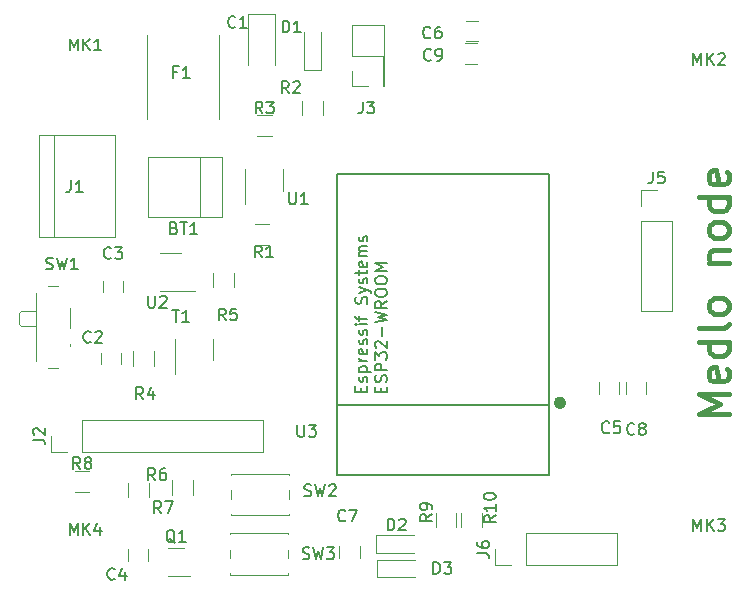
<source format=gbr>
G04 #@! TF.GenerationSoftware,KiCad,Pcbnew,5.0.0-1.fc29*
G04 #@! TF.CreationDate,2018-08-25T23:53:58+05:30*
G04 #@! TF.ProjectId,medlo,6D65646C6F2E6B696361645F70636200,rev?*
G04 #@! TF.SameCoordinates,Original*
G04 #@! TF.FileFunction,Legend,Top*
G04 #@! TF.FilePolarity,Positive*
%FSLAX46Y46*%
G04 Gerber Fmt 4.6, Leading zero omitted, Abs format (unit mm)*
G04 Created by KiCad (PCBNEW 5.0.0-1.fc29) date Sat Aug 25 23:53:58 2018*
%MOMM*%
%LPD*%
G01*
G04 APERTURE LIST*
%ADD10C,0.400000*%
%ADD11C,0.120000*%
%ADD12C,0.500000*%
%ADD13C,0.150000*%
G04 APERTURE END LIST*
D10*
X118859952Y-107139095D02*
X116359952Y-107139095D01*
X118145666Y-106305761D01*
X116359952Y-105472428D01*
X118859952Y-105472428D01*
X118740904Y-103329571D02*
X118859952Y-103567666D01*
X118859952Y-104043857D01*
X118740904Y-104281952D01*
X118502809Y-104401000D01*
X117550428Y-104401000D01*
X117312333Y-104281952D01*
X117193285Y-104043857D01*
X117193285Y-103567666D01*
X117312333Y-103329571D01*
X117550428Y-103210523D01*
X117788523Y-103210523D01*
X118026619Y-104401000D01*
X118859952Y-101067666D02*
X116359952Y-101067666D01*
X118740904Y-101067666D02*
X118859952Y-101305761D01*
X118859952Y-101781952D01*
X118740904Y-102020047D01*
X118621857Y-102139095D01*
X118383761Y-102258142D01*
X117669476Y-102258142D01*
X117431380Y-102139095D01*
X117312333Y-102020047D01*
X117193285Y-101781952D01*
X117193285Y-101305761D01*
X117312333Y-101067666D01*
X118859952Y-99520047D02*
X118740904Y-99758142D01*
X118502809Y-99877190D01*
X116359952Y-99877190D01*
X118859952Y-98210523D02*
X118740904Y-98448619D01*
X118621857Y-98567666D01*
X118383761Y-98686714D01*
X117669476Y-98686714D01*
X117431380Y-98567666D01*
X117312333Y-98448619D01*
X117193285Y-98210523D01*
X117193285Y-97853380D01*
X117312333Y-97615285D01*
X117431380Y-97496238D01*
X117669476Y-97377190D01*
X118383761Y-97377190D01*
X118621857Y-97496238D01*
X118740904Y-97615285D01*
X118859952Y-97853380D01*
X118859952Y-98210523D01*
X117193285Y-94401000D02*
X118859952Y-94401000D01*
X117431380Y-94401000D02*
X117312333Y-94281952D01*
X117193285Y-94043857D01*
X117193285Y-93686714D01*
X117312333Y-93448619D01*
X117550428Y-93329571D01*
X118859952Y-93329571D01*
X118859952Y-91781952D02*
X118740904Y-92020047D01*
X118621857Y-92139095D01*
X118383761Y-92258142D01*
X117669476Y-92258142D01*
X117431380Y-92139095D01*
X117312333Y-92020047D01*
X117193285Y-91781952D01*
X117193285Y-91424809D01*
X117312333Y-91186714D01*
X117431380Y-91067666D01*
X117669476Y-90948619D01*
X118383761Y-90948619D01*
X118621857Y-91067666D01*
X118740904Y-91186714D01*
X118859952Y-91424809D01*
X118859952Y-91781952D01*
X118859952Y-88805761D02*
X116359952Y-88805761D01*
X118740904Y-88805761D02*
X118859952Y-89043857D01*
X118859952Y-89520047D01*
X118740904Y-89758142D01*
X118621857Y-89877190D01*
X118383761Y-89996238D01*
X117669476Y-89996238D01*
X117431380Y-89877190D01*
X117312333Y-89758142D01*
X117193285Y-89520047D01*
X117193285Y-89043857D01*
X117312333Y-88805761D01*
X118740904Y-86662904D02*
X118859952Y-86901000D01*
X118859952Y-87377190D01*
X118740904Y-87615285D01*
X118502809Y-87734333D01*
X117550428Y-87734333D01*
X117312333Y-87615285D01*
X117193285Y-87377190D01*
X117193285Y-86901000D01*
X117312333Y-86662904D01*
X117550428Y-86543857D01*
X117788523Y-86543857D01*
X118026619Y-87734333D01*
D11*
G04 #@! TO.C,BT1*
X74104500Y-90487500D02*
X74104500Y-85407500D01*
X69664500Y-90487500D02*
X69664500Y-85407500D01*
X76004500Y-85407500D02*
X76004500Y-90487500D01*
X76004500Y-85407500D02*
X69664500Y-85407500D01*
X76004500Y-90487500D02*
X69664500Y-90487500D01*
G04 #@! TO.C,C1*
X80461500Y-73344500D02*
X80461500Y-77644500D01*
X78161500Y-73344500D02*
X78161500Y-77644500D01*
X80461500Y-73344500D02*
X78161500Y-73344500D01*
G04 #@! TO.C,C2*
X67461500Y-102989000D02*
X67461500Y-101989000D01*
X65761500Y-101989000D02*
X65761500Y-102989000D01*
G04 #@! TO.C,C3*
X65888500Y-95893000D02*
X65888500Y-96893000D01*
X67588500Y-96893000D02*
X67588500Y-95893000D01*
G04 #@! TO.C,C4*
X67984000Y-118626000D02*
X67984000Y-119626000D01*
X69684000Y-119626000D02*
X69684000Y-118626000D01*
G04 #@! TO.C,C5*
X109562000Y-105503600D02*
X109562000Y-104503600D01*
X107862000Y-104503600D02*
X107862000Y-105503600D01*
G04 #@! TO.C,C6*
X96629600Y-75627600D02*
X97629600Y-75627600D01*
X97629600Y-73927600D02*
X96629600Y-73927600D01*
G04 #@! TO.C,C7*
X87616400Y-119372000D02*
X87616400Y-118372000D01*
X85916400Y-118372000D02*
X85916400Y-119372000D01*
G04 #@! TO.C,C8*
X111898800Y-105503600D02*
X111898800Y-104503600D01*
X110198800Y-104503600D02*
X110198800Y-105503600D01*
G04 #@! TO.C,C9*
X97578800Y-75807200D02*
X96578800Y-75807200D01*
X96578800Y-77507200D02*
X97578800Y-77507200D01*
G04 #@! TO.C,D1*
X82879500Y-78019000D02*
X84379500Y-78019000D01*
X82879500Y-78019000D02*
X82879500Y-74819000D01*
X84379500Y-74819000D02*
X84379500Y-78019000D01*
G04 #@! TO.C,D2*
X92249500Y-118923500D02*
X89049500Y-118923500D01*
X89049500Y-117423500D02*
X92249500Y-117423500D01*
X89049500Y-117423500D02*
X89049500Y-118923500D01*
G04 #@! TO.C,D3*
X92313000Y-121019000D02*
X89113000Y-121019000D01*
X89113000Y-119519000D02*
X92313000Y-119519000D01*
X89113000Y-119519000D02*
X89113000Y-121019000D01*
G04 #@! TO.C,F1*
X69594000Y-82173000D02*
X69594000Y-75053000D01*
X75694000Y-82173000D02*
X75694000Y-75053000D01*
G04 #@! TO.C,J1*
X60486000Y-83534000D02*
X60486000Y-92234000D01*
X66896000Y-83534000D02*
X66896000Y-92234000D01*
X66896000Y-92234000D02*
X60486000Y-92234000D01*
X61716000Y-92234000D02*
X61716000Y-83534000D01*
X60486000Y-83534000D02*
X66896000Y-83534000D01*
G04 #@! TO.C,J2*
X79435000Y-110359500D02*
X79435000Y-107699500D01*
X64135000Y-110359500D02*
X79435000Y-110359500D01*
X64135000Y-107699500D02*
X79435000Y-107699500D01*
X64135000Y-110359500D02*
X64135000Y-107699500D01*
X62865000Y-110359500D02*
X61535000Y-110359500D01*
X61535000Y-110359500D02*
X61535000Y-109029500D01*
G04 #@! TO.C,J3*
X89658500Y-79435000D02*
X89658500Y-74235000D01*
X89598500Y-79435000D02*
X89658500Y-79435000D01*
X86998500Y-74235000D02*
X89658500Y-74235000D01*
X89598500Y-79435000D02*
X89598500Y-76835000D01*
X89598500Y-76835000D02*
X86998500Y-76835000D01*
X86998500Y-76835000D02*
X86998500Y-74235000D01*
X88328500Y-79435000D02*
X86998500Y-79435000D01*
X86998500Y-79435000D02*
X86998500Y-78105000D01*
G04 #@! TO.C,J5*
X111446000Y-88205000D02*
X112776000Y-88205000D01*
X111446000Y-89535000D02*
X111446000Y-88205000D01*
X111446000Y-90805000D02*
X114106000Y-90805000D01*
X114106000Y-90805000D02*
X114106000Y-98485000D01*
X111446000Y-90805000D02*
X111446000Y-98485000D01*
X111446000Y-98485000D02*
X114106000Y-98485000D01*
G04 #@! TO.C,J6*
X109407000Y-119948000D02*
X109407000Y-117288000D01*
X101727000Y-119948000D02*
X109407000Y-119948000D01*
X101727000Y-117288000D02*
X109407000Y-117288000D01*
X101727000Y-119948000D02*
X101727000Y-117288000D01*
X100457000Y-119948000D02*
X99127000Y-119948000D01*
X99127000Y-119948000D02*
X99127000Y-118618000D01*
G04 #@! TO.C,Q1*
X71372500Y-120857500D02*
X73272500Y-120857500D01*
X72772500Y-118537500D02*
X71372500Y-118537500D01*
G04 #@! TO.C,R1*
X79975000Y-92891500D02*
X78775000Y-92891500D01*
X78775000Y-91131500D02*
X79975000Y-91131500D01*
G04 #@! TO.C,R2*
X82749500Y-81880000D02*
X82749500Y-80680000D01*
X84509500Y-80680000D02*
X84509500Y-81880000D01*
G04 #@! TO.C,R3*
X78965500Y-81860500D02*
X80165500Y-81860500D01*
X80165500Y-83620500D02*
X78965500Y-83620500D01*
G04 #@! TO.C,R4*
X70222000Y-101889000D02*
X70222000Y-103089000D01*
X68462000Y-103089000D02*
X68462000Y-101889000D01*
G04 #@! TO.C,R5*
X75193000Y-96421500D02*
X75193000Y-95221500D01*
X76953000Y-95221500D02*
X76953000Y-96421500D01*
G04 #@! TO.C,R6*
X69777500Y-113001500D02*
X69777500Y-114201500D01*
X68017500Y-114201500D02*
X68017500Y-113001500D01*
G04 #@! TO.C,R7*
X71764000Y-114011000D02*
X71764000Y-112811000D01*
X73524000Y-112811000D02*
X73524000Y-114011000D01*
G04 #@! TO.C,R8*
X64735000Y-113783000D02*
X63535000Y-113783000D01*
X63535000Y-112023000D02*
X64735000Y-112023000D01*
G04 #@! TO.C,R9*
X94052500Y-116741500D02*
X94052500Y-115541500D01*
X95812500Y-115541500D02*
X95812500Y-116741500D01*
G04 #@! TO.C,R10*
X96211500Y-116741500D02*
X96211500Y-115541500D01*
X97971500Y-115541500D02*
X97971500Y-116741500D01*
G04 #@! TO.C,SW1*
X63096000Y-101222000D02*
X63096000Y-101422000D01*
X58956000Y-98422000D02*
X58746000Y-98622000D01*
X58956000Y-99722000D02*
X58746000Y-99522000D01*
X60246000Y-98422000D02*
X58956000Y-98422000D01*
X58746000Y-98622000D02*
X58746000Y-99522000D01*
X58956000Y-99722000D02*
X60246000Y-99722000D01*
X60246000Y-96972000D02*
X60246000Y-102672000D01*
X63096000Y-98222000D02*
X63096000Y-99922000D01*
X62046000Y-96372000D02*
X61256000Y-96372000D01*
X61256000Y-103272000D02*
X62046000Y-103272000D01*
G04 #@! TO.C,SW2*
X81647200Y-112245200D02*
X81647200Y-112345200D01*
X81647200Y-115745200D02*
X81647200Y-115645200D01*
X76747200Y-115645200D02*
X76747200Y-115745200D01*
X76747200Y-112245200D02*
X76747200Y-112345200D01*
X76747200Y-113645200D02*
X76747200Y-114345200D01*
X81647200Y-113645200D02*
X81647200Y-114345200D01*
X81647200Y-112245200D02*
X76747200Y-112245200D01*
X76747200Y-115745200D02*
X81647200Y-115745200D01*
G04 #@! TO.C,SW3*
X81545600Y-117274400D02*
X76645600Y-117274400D01*
X76645600Y-120774400D02*
X81545600Y-120774400D01*
X76645600Y-119374400D02*
X76645600Y-118674400D01*
X81545600Y-119374400D02*
X81545600Y-118674400D01*
X81545600Y-120774400D02*
X81545600Y-120674400D01*
X81545600Y-117374400D02*
X81545600Y-117274400D01*
X76645600Y-117274400D02*
X76645600Y-117374400D01*
X76645600Y-120774400D02*
X76645600Y-120674400D01*
G04 #@! TO.C,T1*
X71986500Y-100827000D02*
X71986500Y-103777000D01*
X75206500Y-102627000D02*
X75206500Y-100827000D01*
G04 #@! TO.C,U1*
X81175500Y-88276000D02*
X81175500Y-86476000D01*
X77955500Y-86476000D02*
X77955500Y-89426000D01*
G04 #@! TO.C,U2*
X72528000Y-93513000D02*
X70728000Y-93513000D01*
X70728000Y-96733000D02*
X73678000Y-96733000D01*
D12*
G04 #@! TO.C,U3*
X104868481Y-106235500D02*
G75*
G03X104868481Y-106235500I-283981J0D01*
G01*
D13*
X85678500Y-106381500D02*
X103678500Y-106381500D01*
X103678500Y-112381500D02*
X103678500Y-86881500D01*
X85678500Y-112381500D02*
X85678500Y-86881500D01*
X85678500Y-86881500D02*
X103678500Y-86881500D01*
X85678500Y-112381500D02*
X103678500Y-112381500D01*
G04 #@! TO.C,BT1*
X71921785Y-91432071D02*
X72064642Y-91479690D01*
X72112261Y-91527309D01*
X72159880Y-91622547D01*
X72159880Y-91765404D01*
X72112261Y-91860642D01*
X72064642Y-91908261D01*
X71969404Y-91955880D01*
X71588452Y-91955880D01*
X71588452Y-90955880D01*
X71921785Y-90955880D01*
X72017023Y-91003500D01*
X72064642Y-91051119D01*
X72112261Y-91146357D01*
X72112261Y-91241595D01*
X72064642Y-91336833D01*
X72017023Y-91384452D01*
X71921785Y-91432071D01*
X71588452Y-91432071D01*
X72445595Y-90955880D02*
X73017023Y-90955880D01*
X72731309Y-91955880D02*
X72731309Y-90955880D01*
X73874166Y-91955880D02*
X73302738Y-91955880D01*
X73588452Y-91955880D02*
X73588452Y-90955880D01*
X73493214Y-91098738D01*
X73397976Y-91193976D01*
X73302738Y-91241595D01*
G04 #@! TO.C,C1*
X77112833Y-74398142D02*
X77065214Y-74445761D01*
X76922357Y-74493380D01*
X76827119Y-74493380D01*
X76684261Y-74445761D01*
X76589023Y-74350523D01*
X76541404Y-74255285D01*
X76493785Y-74064809D01*
X76493785Y-73921952D01*
X76541404Y-73731476D01*
X76589023Y-73636238D01*
X76684261Y-73541000D01*
X76827119Y-73493380D01*
X76922357Y-73493380D01*
X77065214Y-73541000D01*
X77112833Y-73588619D01*
X78065214Y-74493380D02*
X77493785Y-74493380D01*
X77779500Y-74493380D02*
X77779500Y-73493380D01*
X77684261Y-73636238D01*
X77589023Y-73731476D01*
X77493785Y-73779095D01*
G04 #@! TO.C,C2*
X64857333Y-101068142D02*
X64809714Y-101115761D01*
X64666857Y-101163380D01*
X64571619Y-101163380D01*
X64428761Y-101115761D01*
X64333523Y-101020523D01*
X64285904Y-100925285D01*
X64238285Y-100734809D01*
X64238285Y-100591952D01*
X64285904Y-100401476D01*
X64333523Y-100306238D01*
X64428761Y-100211000D01*
X64571619Y-100163380D01*
X64666857Y-100163380D01*
X64809714Y-100211000D01*
X64857333Y-100258619D01*
X65238285Y-100258619D02*
X65285904Y-100211000D01*
X65381142Y-100163380D01*
X65619238Y-100163380D01*
X65714476Y-100211000D01*
X65762095Y-100258619D01*
X65809714Y-100353857D01*
X65809714Y-100449095D01*
X65762095Y-100591952D01*
X65190666Y-101163380D01*
X65809714Y-101163380D01*
G04 #@! TO.C,C3*
X66571833Y-93956142D02*
X66524214Y-94003761D01*
X66381357Y-94051380D01*
X66286119Y-94051380D01*
X66143261Y-94003761D01*
X66048023Y-93908523D01*
X66000404Y-93813285D01*
X65952785Y-93622809D01*
X65952785Y-93479952D01*
X66000404Y-93289476D01*
X66048023Y-93194238D01*
X66143261Y-93099000D01*
X66286119Y-93051380D01*
X66381357Y-93051380D01*
X66524214Y-93099000D01*
X66571833Y-93146619D01*
X66905166Y-93051380D02*
X67524214Y-93051380D01*
X67190880Y-93432333D01*
X67333738Y-93432333D01*
X67428976Y-93479952D01*
X67476595Y-93527571D01*
X67524214Y-93622809D01*
X67524214Y-93860904D01*
X67476595Y-93956142D01*
X67428976Y-94003761D01*
X67333738Y-94051380D01*
X67048023Y-94051380D01*
X66952785Y-94003761D01*
X66905166Y-93956142D01*
G04 #@! TO.C,C4*
X66889333Y-121134142D02*
X66841714Y-121181761D01*
X66698857Y-121229380D01*
X66603619Y-121229380D01*
X66460761Y-121181761D01*
X66365523Y-121086523D01*
X66317904Y-120991285D01*
X66270285Y-120800809D01*
X66270285Y-120657952D01*
X66317904Y-120467476D01*
X66365523Y-120372238D01*
X66460761Y-120277000D01*
X66603619Y-120229380D01*
X66698857Y-120229380D01*
X66841714Y-120277000D01*
X66889333Y-120324619D01*
X67746476Y-120562714D02*
X67746476Y-121229380D01*
X67508380Y-120181761D02*
X67270285Y-120896047D01*
X67889333Y-120896047D01*
G04 #@! TO.C,C5*
X108748533Y-108713542D02*
X108700914Y-108761161D01*
X108558057Y-108808780D01*
X108462819Y-108808780D01*
X108319961Y-108761161D01*
X108224723Y-108665923D01*
X108177104Y-108570685D01*
X108129485Y-108380209D01*
X108129485Y-108237352D01*
X108177104Y-108046876D01*
X108224723Y-107951638D01*
X108319961Y-107856400D01*
X108462819Y-107808780D01*
X108558057Y-107808780D01*
X108700914Y-107856400D01*
X108748533Y-107904019D01*
X109653295Y-107808780D02*
X109177104Y-107808780D01*
X109129485Y-108284971D01*
X109177104Y-108237352D01*
X109272342Y-108189733D01*
X109510438Y-108189733D01*
X109605676Y-108237352D01*
X109653295Y-108284971D01*
X109700914Y-108380209D01*
X109700914Y-108618304D01*
X109653295Y-108713542D01*
X109605676Y-108761161D01*
X109510438Y-108808780D01*
X109272342Y-108808780D01*
X109177104Y-108761161D01*
X109129485Y-108713542D01*
G04 #@! TO.C,C6*
X93610133Y-75287142D02*
X93562514Y-75334761D01*
X93419657Y-75382380D01*
X93324419Y-75382380D01*
X93181561Y-75334761D01*
X93086323Y-75239523D01*
X93038704Y-75144285D01*
X92991085Y-74953809D01*
X92991085Y-74810952D01*
X93038704Y-74620476D01*
X93086323Y-74525238D01*
X93181561Y-74430000D01*
X93324419Y-74382380D01*
X93419657Y-74382380D01*
X93562514Y-74430000D01*
X93610133Y-74477619D01*
X94467276Y-74382380D02*
X94276800Y-74382380D01*
X94181561Y-74430000D01*
X94133942Y-74477619D01*
X94038704Y-74620476D01*
X93991085Y-74810952D01*
X93991085Y-75191904D01*
X94038704Y-75287142D01*
X94086323Y-75334761D01*
X94181561Y-75382380D01*
X94372038Y-75382380D01*
X94467276Y-75334761D01*
X94514895Y-75287142D01*
X94562514Y-75191904D01*
X94562514Y-74953809D01*
X94514895Y-74858571D01*
X94467276Y-74810952D01*
X94372038Y-74763333D01*
X94181561Y-74763333D01*
X94086323Y-74810952D01*
X94038704Y-74858571D01*
X93991085Y-74953809D01*
G04 #@! TO.C,C7*
X86409233Y-116181142D02*
X86361614Y-116228761D01*
X86218757Y-116276380D01*
X86123519Y-116276380D01*
X85980661Y-116228761D01*
X85885423Y-116133523D01*
X85837804Y-116038285D01*
X85790185Y-115847809D01*
X85790185Y-115704952D01*
X85837804Y-115514476D01*
X85885423Y-115419238D01*
X85980661Y-115324000D01*
X86123519Y-115276380D01*
X86218757Y-115276380D01*
X86361614Y-115324000D01*
X86409233Y-115371619D01*
X86742566Y-115276380D02*
X87409233Y-115276380D01*
X86980661Y-116276380D01*
G04 #@! TO.C,C8*
X110882133Y-108865942D02*
X110834514Y-108913561D01*
X110691657Y-108961180D01*
X110596419Y-108961180D01*
X110453561Y-108913561D01*
X110358323Y-108818323D01*
X110310704Y-108723085D01*
X110263085Y-108532609D01*
X110263085Y-108389752D01*
X110310704Y-108199276D01*
X110358323Y-108104038D01*
X110453561Y-108008800D01*
X110596419Y-107961180D01*
X110691657Y-107961180D01*
X110834514Y-108008800D01*
X110882133Y-108056419D01*
X111453561Y-108389752D02*
X111358323Y-108342133D01*
X111310704Y-108294514D01*
X111263085Y-108199276D01*
X111263085Y-108151657D01*
X111310704Y-108056419D01*
X111358323Y-108008800D01*
X111453561Y-107961180D01*
X111644038Y-107961180D01*
X111739276Y-108008800D01*
X111786895Y-108056419D01*
X111834514Y-108151657D01*
X111834514Y-108199276D01*
X111786895Y-108294514D01*
X111739276Y-108342133D01*
X111644038Y-108389752D01*
X111453561Y-108389752D01*
X111358323Y-108437371D01*
X111310704Y-108484990D01*
X111263085Y-108580228D01*
X111263085Y-108770704D01*
X111310704Y-108865942D01*
X111358323Y-108913561D01*
X111453561Y-108961180D01*
X111644038Y-108961180D01*
X111739276Y-108913561D01*
X111786895Y-108865942D01*
X111834514Y-108770704D01*
X111834514Y-108580228D01*
X111786895Y-108484990D01*
X111739276Y-108437371D01*
X111644038Y-108389752D01*
G04 #@! TO.C,C9*
X93660933Y-77166742D02*
X93613314Y-77214361D01*
X93470457Y-77261980D01*
X93375219Y-77261980D01*
X93232361Y-77214361D01*
X93137123Y-77119123D01*
X93089504Y-77023885D01*
X93041885Y-76833409D01*
X93041885Y-76690552D01*
X93089504Y-76500076D01*
X93137123Y-76404838D01*
X93232361Y-76309600D01*
X93375219Y-76261980D01*
X93470457Y-76261980D01*
X93613314Y-76309600D01*
X93660933Y-76357219D01*
X94137123Y-77261980D02*
X94327600Y-77261980D01*
X94422838Y-77214361D01*
X94470457Y-77166742D01*
X94565695Y-77023885D01*
X94613314Y-76833409D01*
X94613314Y-76452457D01*
X94565695Y-76357219D01*
X94518076Y-76309600D01*
X94422838Y-76261980D01*
X94232361Y-76261980D01*
X94137123Y-76309600D01*
X94089504Y-76357219D01*
X94041885Y-76452457D01*
X94041885Y-76690552D01*
X94089504Y-76785790D01*
X94137123Y-76833409D01*
X94232361Y-76881028D01*
X94422838Y-76881028D01*
X94518076Y-76833409D01*
X94565695Y-76785790D01*
X94613314Y-76690552D01*
G04 #@! TO.C,D1*
X81113404Y-74874380D02*
X81113404Y-73874380D01*
X81351500Y-73874380D01*
X81494357Y-73922000D01*
X81589595Y-74017238D01*
X81637214Y-74112476D01*
X81684833Y-74302952D01*
X81684833Y-74445809D01*
X81637214Y-74636285D01*
X81589595Y-74731523D01*
X81494357Y-74826761D01*
X81351500Y-74874380D01*
X81113404Y-74874380D01*
X82637214Y-74874380D02*
X82065785Y-74874380D01*
X82351500Y-74874380D02*
X82351500Y-73874380D01*
X82256261Y-74017238D01*
X82161023Y-74112476D01*
X82065785Y-74160095D01*
G04 #@! TO.C,D2*
X90003404Y-117038380D02*
X90003404Y-116038380D01*
X90241500Y-116038380D01*
X90384357Y-116086000D01*
X90479595Y-116181238D01*
X90527214Y-116276476D01*
X90574833Y-116466952D01*
X90574833Y-116609809D01*
X90527214Y-116800285D01*
X90479595Y-116895523D01*
X90384357Y-116990761D01*
X90241500Y-117038380D01*
X90003404Y-117038380D01*
X90955785Y-116133619D02*
X91003404Y-116086000D01*
X91098642Y-116038380D01*
X91336738Y-116038380D01*
X91431976Y-116086000D01*
X91479595Y-116133619D01*
X91527214Y-116228857D01*
X91527214Y-116324095D01*
X91479595Y-116466952D01*
X90908166Y-117038380D01*
X91527214Y-117038380D01*
G04 #@! TO.C,D3*
X93876904Y-120721380D02*
X93876904Y-119721380D01*
X94115000Y-119721380D01*
X94257857Y-119769000D01*
X94353095Y-119864238D01*
X94400714Y-119959476D01*
X94448333Y-120149952D01*
X94448333Y-120292809D01*
X94400714Y-120483285D01*
X94353095Y-120578523D01*
X94257857Y-120673761D01*
X94115000Y-120721380D01*
X93876904Y-120721380D01*
X94781666Y-119721380D02*
X95400714Y-119721380D01*
X95067380Y-120102333D01*
X95210238Y-120102333D01*
X95305476Y-120149952D01*
X95353095Y-120197571D01*
X95400714Y-120292809D01*
X95400714Y-120530904D01*
X95353095Y-120626142D01*
X95305476Y-120673761D01*
X95210238Y-120721380D01*
X94924523Y-120721380D01*
X94829285Y-120673761D01*
X94781666Y-120626142D01*
G04 #@! TO.C,F1*
X72183666Y-78224071D02*
X71850333Y-78224071D01*
X71850333Y-78747880D02*
X71850333Y-77747880D01*
X72326523Y-77747880D01*
X73231285Y-78747880D02*
X72659857Y-78747880D01*
X72945571Y-78747880D02*
X72945571Y-77747880D01*
X72850333Y-77890738D01*
X72755095Y-77985976D01*
X72659857Y-78033595D01*
G04 #@! TO.C,J1*
X63166666Y-87399880D02*
X63166666Y-88114166D01*
X63119047Y-88257023D01*
X63023809Y-88352261D01*
X62880952Y-88399880D01*
X62785714Y-88399880D01*
X64166666Y-88399880D02*
X63595238Y-88399880D01*
X63880952Y-88399880D02*
X63880952Y-87399880D01*
X63785714Y-87542738D01*
X63690476Y-87637976D01*
X63595238Y-87685595D01*
G04 #@! TO.C,J2*
X59987380Y-109362833D02*
X60701666Y-109362833D01*
X60844523Y-109410452D01*
X60939761Y-109505690D01*
X60987380Y-109648547D01*
X60987380Y-109743785D01*
X60082619Y-108934261D02*
X60035000Y-108886642D01*
X59987380Y-108791404D01*
X59987380Y-108553309D01*
X60035000Y-108458071D01*
X60082619Y-108410452D01*
X60177857Y-108362833D01*
X60273095Y-108362833D01*
X60415952Y-108410452D01*
X60987380Y-108981880D01*
X60987380Y-108362833D01*
G04 #@! TO.C,J3*
X87868166Y-80732380D02*
X87868166Y-81446666D01*
X87820547Y-81589523D01*
X87725309Y-81684761D01*
X87582452Y-81732380D01*
X87487214Y-81732380D01*
X88249119Y-80732380D02*
X88868166Y-80732380D01*
X88534833Y-81113333D01*
X88677690Y-81113333D01*
X88772928Y-81160952D01*
X88820547Y-81208571D01*
X88868166Y-81303809D01*
X88868166Y-81541904D01*
X88820547Y-81637142D01*
X88772928Y-81684761D01*
X88677690Y-81732380D01*
X88391976Y-81732380D01*
X88296738Y-81684761D01*
X88249119Y-81637142D01*
G04 #@! TO.C,J5*
X112442666Y-86657380D02*
X112442666Y-87371666D01*
X112395047Y-87514523D01*
X112299809Y-87609761D01*
X112156952Y-87657380D01*
X112061714Y-87657380D01*
X113395047Y-86657380D02*
X112918857Y-86657380D01*
X112871238Y-87133571D01*
X112918857Y-87085952D01*
X113014095Y-87038333D01*
X113252190Y-87038333D01*
X113347428Y-87085952D01*
X113395047Y-87133571D01*
X113442666Y-87228809D01*
X113442666Y-87466904D01*
X113395047Y-87562142D01*
X113347428Y-87609761D01*
X113252190Y-87657380D01*
X113014095Y-87657380D01*
X112918857Y-87609761D01*
X112871238Y-87562142D01*
G04 #@! TO.C,J6*
X97579380Y-118951333D02*
X98293666Y-118951333D01*
X98436523Y-118998952D01*
X98531761Y-119094190D01*
X98579380Y-119237047D01*
X98579380Y-119332285D01*
X97579380Y-118046571D02*
X97579380Y-118237047D01*
X97627000Y-118332285D01*
X97674619Y-118379904D01*
X97817476Y-118475142D01*
X98007952Y-118522761D01*
X98388904Y-118522761D01*
X98484142Y-118475142D01*
X98531761Y-118427523D01*
X98579380Y-118332285D01*
X98579380Y-118141809D01*
X98531761Y-118046571D01*
X98484142Y-117998952D01*
X98388904Y-117951333D01*
X98150809Y-117951333D01*
X98055571Y-117998952D01*
X98007952Y-118046571D01*
X97960333Y-118141809D01*
X97960333Y-118332285D01*
X98007952Y-118427523D01*
X98055571Y-118475142D01*
X98150809Y-118522761D01*
G04 #@! TO.C,MK1*
X63079476Y-76398380D02*
X63079476Y-75398380D01*
X63412809Y-76112666D01*
X63746142Y-75398380D01*
X63746142Y-76398380D01*
X64222333Y-76398380D02*
X64222333Y-75398380D01*
X64793761Y-76398380D02*
X64365190Y-75826952D01*
X64793761Y-75398380D02*
X64222333Y-75969809D01*
X65746142Y-76398380D02*
X65174714Y-76398380D01*
X65460428Y-76398380D02*
X65460428Y-75398380D01*
X65365190Y-75541238D01*
X65269952Y-75636476D01*
X65174714Y-75684095D01*
G04 #@! TO.C,MK2*
X115886076Y-77642980D02*
X115886076Y-76642980D01*
X116219409Y-77357266D01*
X116552742Y-76642980D01*
X116552742Y-77642980D01*
X117028933Y-77642980D02*
X117028933Y-76642980D01*
X117600361Y-77642980D02*
X117171790Y-77071552D01*
X117600361Y-76642980D02*
X117028933Y-77214409D01*
X117981314Y-76738219D02*
X118028933Y-76690600D01*
X118124171Y-76642980D01*
X118362266Y-76642980D01*
X118457504Y-76690600D01*
X118505123Y-76738219D01*
X118552742Y-76833457D01*
X118552742Y-76928695D01*
X118505123Y-77071552D01*
X117933695Y-77642980D01*
X118552742Y-77642980D01*
G04 #@! TO.C,MK3*
X115886076Y-117089180D02*
X115886076Y-116089180D01*
X116219409Y-116803466D01*
X116552742Y-116089180D01*
X116552742Y-117089180D01*
X117028933Y-117089180D02*
X117028933Y-116089180D01*
X117600361Y-117089180D02*
X117171790Y-116517752D01*
X117600361Y-116089180D02*
X117028933Y-116660609D01*
X117933695Y-116089180D02*
X118552742Y-116089180D01*
X118219409Y-116470133D01*
X118362266Y-116470133D01*
X118457504Y-116517752D01*
X118505123Y-116565371D01*
X118552742Y-116660609D01*
X118552742Y-116898704D01*
X118505123Y-116993942D01*
X118457504Y-117041561D01*
X118362266Y-117089180D01*
X118076552Y-117089180D01*
X117981314Y-117041561D01*
X117933695Y-116993942D01*
G04 #@! TO.C,MK4*
X63079476Y-117419380D02*
X63079476Y-116419380D01*
X63412809Y-117133666D01*
X63746142Y-116419380D01*
X63746142Y-117419380D01*
X64222333Y-117419380D02*
X64222333Y-116419380D01*
X64793761Y-117419380D02*
X64365190Y-116847952D01*
X64793761Y-116419380D02*
X64222333Y-116990809D01*
X65650904Y-116752714D02*
X65650904Y-117419380D01*
X65412809Y-116371761D02*
X65174714Y-117086047D01*
X65793761Y-117086047D01*
G04 #@! TO.C,Q1*
X71989961Y-118098819D02*
X71894723Y-118051200D01*
X71799485Y-117955961D01*
X71656628Y-117813104D01*
X71561390Y-117765485D01*
X71466152Y-117765485D01*
X71513771Y-118003580D02*
X71418533Y-117955961D01*
X71323295Y-117860723D01*
X71275676Y-117670247D01*
X71275676Y-117336914D01*
X71323295Y-117146438D01*
X71418533Y-117051200D01*
X71513771Y-117003580D01*
X71704247Y-117003580D01*
X71799485Y-117051200D01*
X71894723Y-117146438D01*
X71942342Y-117336914D01*
X71942342Y-117670247D01*
X71894723Y-117860723D01*
X71799485Y-117955961D01*
X71704247Y-118003580D01*
X71513771Y-118003580D01*
X72894723Y-118003580D02*
X72323295Y-118003580D01*
X72609009Y-118003580D02*
X72609009Y-117003580D01*
X72513771Y-117146438D01*
X72418533Y-117241676D01*
X72323295Y-117289295D01*
G04 #@! TO.C,R1*
X79335333Y-93924380D02*
X79002000Y-93448190D01*
X78763904Y-93924380D02*
X78763904Y-92924380D01*
X79144857Y-92924380D01*
X79240095Y-92972000D01*
X79287714Y-93019619D01*
X79335333Y-93114857D01*
X79335333Y-93257714D01*
X79287714Y-93352952D01*
X79240095Y-93400571D01*
X79144857Y-93448190D01*
X78763904Y-93448190D01*
X80287714Y-93924380D02*
X79716285Y-93924380D01*
X80002000Y-93924380D02*
X80002000Y-92924380D01*
X79906761Y-93067238D01*
X79811523Y-93162476D01*
X79716285Y-93210095D01*
G04 #@! TO.C,R2*
X81621333Y-80017880D02*
X81288000Y-79541690D01*
X81049904Y-80017880D02*
X81049904Y-79017880D01*
X81430857Y-79017880D01*
X81526095Y-79065500D01*
X81573714Y-79113119D01*
X81621333Y-79208357D01*
X81621333Y-79351214D01*
X81573714Y-79446452D01*
X81526095Y-79494071D01*
X81430857Y-79541690D01*
X81049904Y-79541690D01*
X82002285Y-79113119D02*
X82049904Y-79065500D01*
X82145142Y-79017880D01*
X82383238Y-79017880D01*
X82478476Y-79065500D01*
X82526095Y-79113119D01*
X82573714Y-79208357D01*
X82573714Y-79303595D01*
X82526095Y-79446452D01*
X81954666Y-80017880D01*
X82573714Y-80017880D01*
G04 #@! TO.C,R3*
X79398833Y-81732380D02*
X79065500Y-81256190D01*
X78827404Y-81732380D02*
X78827404Y-80732380D01*
X79208357Y-80732380D01*
X79303595Y-80780000D01*
X79351214Y-80827619D01*
X79398833Y-80922857D01*
X79398833Y-81065714D01*
X79351214Y-81160952D01*
X79303595Y-81208571D01*
X79208357Y-81256190D01*
X78827404Y-81256190D01*
X79732166Y-80732380D02*
X80351214Y-80732380D01*
X80017880Y-81113333D01*
X80160738Y-81113333D01*
X80255976Y-81160952D01*
X80303595Y-81208571D01*
X80351214Y-81303809D01*
X80351214Y-81541904D01*
X80303595Y-81637142D01*
X80255976Y-81684761D01*
X80160738Y-81732380D01*
X79875023Y-81732380D01*
X79779785Y-81684761D01*
X79732166Y-81637142D01*
G04 #@! TO.C,R4*
X69302333Y-105925880D02*
X68969000Y-105449690D01*
X68730904Y-105925880D02*
X68730904Y-104925880D01*
X69111857Y-104925880D01*
X69207095Y-104973500D01*
X69254714Y-105021119D01*
X69302333Y-105116357D01*
X69302333Y-105259214D01*
X69254714Y-105354452D01*
X69207095Y-105402071D01*
X69111857Y-105449690D01*
X68730904Y-105449690D01*
X70159476Y-105259214D02*
X70159476Y-105925880D01*
X69921380Y-104878261D02*
X69683285Y-105592547D01*
X70302333Y-105592547D01*
G04 #@! TO.C,R5*
X76287333Y-99258380D02*
X75954000Y-98782190D01*
X75715904Y-99258380D02*
X75715904Y-98258380D01*
X76096857Y-98258380D01*
X76192095Y-98306000D01*
X76239714Y-98353619D01*
X76287333Y-98448857D01*
X76287333Y-98591714D01*
X76239714Y-98686952D01*
X76192095Y-98734571D01*
X76096857Y-98782190D01*
X75715904Y-98782190D01*
X77192095Y-98258380D02*
X76715904Y-98258380D01*
X76668285Y-98734571D01*
X76715904Y-98686952D01*
X76811142Y-98639333D01*
X77049238Y-98639333D01*
X77144476Y-98686952D01*
X77192095Y-98734571D01*
X77239714Y-98829809D01*
X77239714Y-99067904D01*
X77192095Y-99163142D01*
X77144476Y-99210761D01*
X77049238Y-99258380D01*
X76811142Y-99258380D01*
X76715904Y-99210761D01*
X76668285Y-99163142D01*
G04 #@! TO.C,R6*
X70318333Y-112783880D02*
X69985000Y-112307690D01*
X69746904Y-112783880D02*
X69746904Y-111783880D01*
X70127857Y-111783880D01*
X70223095Y-111831500D01*
X70270714Y-111879119D01*
X70318333Y-111974357D01*
X70318333Y-112117214D01*
X70270714Y-112212452D01*
X70223095Y-112260071D01*
X70127857Y-112307690D01*
X69746904Y-112307690D01*
X71175476Y-111783880D02*
X70985000Y-111783880D01*
X70889761Y-111831500D01*
X70842142Y-111879119D01*
X70746904Y-112021976D01*
X70699285Y-112212452D01*
X70699285Y-112593404D01*
X70746904Y-112688642D01*
X70794523Y-112736261D01*
X70889761Y-112783880D01*
X71080238Y-112783880D01*
X71175476Y-112736261D01*
X71223095Y-112688642D01*
X71270714Y-112593404D01*
X71270714Y-112355309D01*
X71223095Y-112260071D01*
X71175476Y-112212452D01*
X71080238Y-112164833D01*
X70889761Y-112164833D01*
X70794523Y-112212452D01*
X70746904Y-112260071D01*
X70699285Y-112355309D01*
G04 #@! TO.C,R7*
X70826333Y-115577880D02*
X70493000Y-115101690D01*
X70254904Y-115577880D02*
X70254904Y-114577880D01*
X70635857Y-114577880D01*
X70731095Y-114625500D01*
X70778714Y-114673119D01*
X70826333Y-114768357D01*
X70826333Y-114911214D01*
X70778714Y-115006452D01*
X70731095Y-115054071D01*
X70635857Y-115101690D01*
X70254904Y-115101690D01*
X71159666Y-114577880D02*
X71826333Y-114577880D01*
X71397761Y-115577880D01*
G04 #@! TO.C,R8*
X63968333Y-111831380D02*
X63635000Y-111355190D01*
X63396904Y-111831380D02*
X63396904Y-110831380D01*
X63777857Y-110831380D01*
X63873095Y-110879000D01*
X63920714Y-110926619D01*
X63968333Y-111021857D01*
X63968333Y-111164714D01*
X63920714Y-111259952D01*
X63873095Y-111307571D01*
X63777857Y-111355190D01*
X63396904Y-111355190D01*
X64539761Y-111259952D02*
X64444523Y-111212333D01*
X64396904Y-111164714D01*
X64349285Y-111069476D01*
X64349285Y-111021857D01*
X64396904Y-110926619D01*
X64444523Y-110879000D01*
X64539761Y-110831380D01*
X64730238Y-110831380D01*
X64825476Y-110879000D01*
X64873095Y-110926619D01*
X64920714Y-111021857D01*
X64920714Y-111069476D01*
X64873095Y-111164714D01*
X64825476Y-111212333D01*
X64730238Y-111259952D01*
X64539761Y-111259952D01*
X64444523Y-111307571D01*
X64396904Y-111355190D01*
X64349285Y-111450428D01*
X64349285Y-111640904D01*
X64396904Y-111736142D01*
X64444523Y-111783761D01*
X64539761Y-111831380D01*
X64730238Y-111831380D01*
X64825476Y-111783761D01*
X64873095Y-111736142D01*
X64920714Y-111640904D01*
X64920714Y-111450428D01*
X64873095Y-111355190D01*
X64825476Y-111307571D01*
X64730238Y-111259952D01*
G04 #@! TO.C,R9*
X93733880Y-115673166D02*
X93257690Y-116006500D01*
X93733880Y-116244595D02*
X92733880Y-116244595D01*
X92733880Y-115863642D01*
X92781500Y-115768404D01*
X92829119Y-115720785D01*
X92924357Y-115673166D01*
X93067214Y-115673166D01*
X93162452Y-115720785D01*
X93210071Y-115768404D01*
X93257690Y-115863642D01*
X93257690Y-116244595D01*
X93733880Y-115196976D02*
X93733880Y-115006500D01*
X93686261Y-114911261D01*
X93638642Y-114863642D01*
X93495785Y-114768404D01*
X93305309Y-114720785D01*
X92924357Y-114720785D01*
X92829119Y-114768404D01*
X92781500Y-114816023D01*
X92733880Y-114911261D01*
X92733880Y-115101738D01*
X92781500Y-115196976D01*
X92829119Y-115244595D01*
X92924357Y-115292214D01*
X93162452Y-115292214D01*
X93257690Y-115244595D01*
X93305309Y-115196976D01*
X93352928Y-115101738D01*
X93352928Y-114911261D01*
X93305309Y-114816023D01*
X93257690Y-114768404D01*
X93162452Y-114720785D01*
G04 #@! TO.C,R10*
X99131380Y-115768357D02*
X98655190Y-116101690D01*
X99131380Y-116339785D02*
X98131380Y-116339785D01*
X98131380Y-115958833D01*
X98179000Y-115863595D01*
X98226619Y-115815976D01*
X98321857Y-115768357D01*
X98464714Y-115768357D01*
X98559952Y-115815976D01*
X98607571Y-115863595D01*
X98655190Y-115958833D01*
X98655190Y-116339785D01*
X99131380Y-114815976D02*
X99131380Y-115387404D01*
X99131380Y-115101690D02*
X98131380Y-115101690D01*
X98274238Y-115196928D01*
X98369476Y-115292166D01*
X98417095Y-115387404D01*
X98131380Y-114196928D02*
X98131380Y-114101690D01*
X98179000Y-114006452D01*
X98226619Y-113958833D01*
X98321857Y-113911214D01*
X98512333Y-113863595D01*
X98750428Y-113863595D01*
X98940904Y-113911214D01*
X99036142Y-113958833D01*
X99083761Y-114006452D01*
X99131380Y-114101690D01*
X99131380Y-114196928D01*
X99083761Y-114292166D01*
X99036142Y-114339785D01*
X98940904Y-114387404D01*
X98750428Y-114435023D01*
X98512333Y-114435023D01*
X98321857Y-114387404D01*
X98226619Y-114339785D01*
X98179000Y-114292166D01*
X98131380Y-114196928D01*
G04 #@! TO.C,SW1*
X61087166Y-94892761D02*
X61230023Y-94940380D01*
X61468119Y-94940380D01*
X61563357Y-94892761D01*
X61610976Y-94845142D01*
X61658595Y-94749904D01*
X61658595Y-94654666D01*
X61610976Y-94559428D01*
X61563357Y-94511809D01*
X61468119Y-94464190D01*
X61277642Y-94416571D01*
X61182404Y-94368952D01*
X61134785Y-94321333D01*
X61087166Y-94226095D01*
X61087166Y-94130857D01*
X61134785Y-94035619D01*
X61182404Y-93988000D01*
X61277642Y-93940380D01*
X61515738Y-93940380D01*
X61658595Y-93988000D01*
X61991928Y-93940380D02*
X62230023Y-94940380D01*
X62420500Y-94226095D01*
X62610976Y-94940380D01*
X62849071Y-93940380D01*
X63753833Y-94940380D02*
X63182404Y-94940380D01*
X63468119Y-94940380D02*
X63468119Y-93940380D01*
X63372880Y-94083238D01*
X63277642Y-94178476D01*
X63182404Y-94226095D01*
G04 #@! TO.C,SW2*
X82943866Y-114095161D02*
X83086723Y-114142780D01*
X83324819Y-114142780D01*
X83420057Y-114095161D01*
X83467676Y-114047542D01*
X83515295Y-113952304D01*
X83515295Y-113857066D01*
X83467676Y-113761828D01*
X83420057Y-113714209D01*
X83324819Y-113666590D01*
X83134342Y-113618971D01*
X83039104Y-113571352D01*
X82991485Y-113523733D01*
X82943866Y-113428495D01*
X82943866Y-113333257D01*
X82991485Y-113238019D01*
X83039104Y-113190400D01*
X83134342Y-113142780D01*
X83372438Y-113142780D01*
X83515295Y-113190400D01*
X83848628Y-113142780D02*
X84086723Y-114142780D01*
X84277200Y-113428495D01*
X84467676Y-114142780D01*
X84705771Y-113142780D01*
X85039104Y-113238019D02*
X85086723Y-113190400D01*
X85181961Y-113142780D01*
X85420057Y-113142780D01*
X85515295Y-113190400D01*
X85562914Y-113238019D01*
X85610533Y-113333257D01*
X85610533Y-113428495D01*
X85562914Y-113571352D01*
X84991485Y-114142780D01*
X85610533Y-114142780D01*
G04 #@! TO.C,SW3*
X82791466Y-119429161D02*
X82934323Y-119476780D01*
X83172419Y-119476780D01*
X83267657Y-119429161D01*
X83315276Y-119381542D01*
X83362895Y-119286304D01*
X83362895Y-119191066D01*
X83315276Y-119095828D01*
X83267657Y-119048209D01*
X83172419Y-119000590D01*
X82981942Y-118952971D01*
X82886704Y-118905352D01*
X82839085Y-118857733D01*
X82791466Y-118762495D01*
X82791466Y-118667257D01*
X82839085Y-118572019D01*
X82886704Y-118524400D01*
X82981942Y-118476780D01*
X83220038Y-118476780D01*
X83362895Y-118524400D01*
X83696228Y-118476780D02*
X83934323Y-119476780D01*
X84124800Y-118762495D01*
X84315276Y-119476780D01*
X84553371Y-118476780D01*
X84839085Y-118476780D02*
X85458133Y-118476780D01*
X85124800Y-118857733D01*
X85267657Y-118857733D01*
X85362895Y-118905352D01*
X85410514Y-118952971D01*
X85458133Y-119048209D01*
X85458133Y-119286304D01*
X85410514Y-119381542D01*
X85362895Y-119429161D01*
X85267657Y-119476780D01*
X84981942Y-119476780D01*
X84886704Y-119429161D01*
X84839085Y-119381542D01*
G04 #@! TO.C,T1*
X71755095Y-98385380D02*
X72326523Y-98385380D01*
X72040809Y-99385380D02*
X72040809Y-98385380D01*
X73183666Y-99385380D02*
X72612238Y-99385380D01*
X72897952Y-99385380D02*
X72897952Y-98385380D01*
X72802714Y-98528238D01*
X72707476Y-98623476D01*
X72612238Y-98671095D01*
G04 #@! TO.C,U1*
X81661095Y-88415880D02*
X81661095Y-89225404D01*
X81708714Y-89320642D01*
X81756333Y-89368261D01*
X81851571Y-89415880D01*
X82042047Y-89415880D01*
X82137285Y-89368261D01*
X82184904Y-89320642D01*
X82232523Y-89225404D01*
X82232523Y-88415880D01*
X83232523Y-89415880D02*
X82661095Y-89415880D01*
X82946809Y-89415880D02*
X82946809Y-88415880D01*
X82851571Y-88558738D01*
X82756333Y-88653976D01*
X82661095Y-88701595D01*
G04 #@! TO.C,U2*
X69723095Y-97178880D02*
X69723095Y-97988404D01*
X69770714Y-98083642D01*
X69818333Y-98131261D01*
X69913571Y-98178880D01*
X70104047Y-98178880D01*
X70199285Y-98131261D01*
X70246904Y-98083642D01*
X70294523Y-97988404D01*
X70294523Y-97178880D01*
X70723095Y-97274119D02*
X70770714Y-97226500D01*
X70865952Y-97178880D01*
X71104047Y-97178880D01*
X71199285Y-97226500D01*
X71246904Y-97274119D01*
X71294523Y-97369357D01*
X71294523Y-97464595D01*
X71246904Y-97607452D01*
X70675476Y-98178880D01*
X71294523Y-98178880D01*
G04 #@! TO.C,U3*
X82359595Y-108100880D02*
X82359595Y-108910404D01*
X82407214Y-109005642D01*
X82454833Y-109053261D01*
X82550071Y-109100880D01*
X82740547Y-109100880D01*
X82835785Y-109053261D01*
X82883404Y-109005642D01*
X82931023Y-108910404D01*
X82931023Y-108100880D01*
X83311976Y-108100880D02*
X83931023Y-108100880D01*
X83597690Y-108481833D01*
X83740547Y-108481833D01*
X83835785Y-108529452D01*
X83883404Y-108577071D01*
X83931023Y-108672309D01*
X83931023Y-108910404D01*
X83883404Y-109005642D01*
X83835785Y-109053261D01*
X83740547Y-109100880D01*
X83454833Y-109100880D01*
X83359595Y-109053261D01*
X83311976Y-109005642D01*
X87749071Y-105313928D02*
X87749071Y-104980595D01*
X88272880Y-104837738D02*
X88272880Y-105313928D01*
X87272880Y-105313928D01*
X87272880Y-104837738D01*
X88225261Y-104456785D02*
X88272880Y-104361547D01*
X88272880Y-104171071D01*
X88225261Y-104075833D01*
X88130023Y-104028214D01*
X88082404Y-104028214D01*
X87987166Y-104075833D01*
X87939547Y-104171071D01*
X87939547Y-104313928D01*
X87891928Y-104409166D01*
X87796690Y-104456785D01*
X87749071Y-104456785D01*
X87653833Y-104409166D01*
X87606214Y-104313928D01*
X87606214Y-104171071D01*
X87653833Y-104075833D01*
X87606214Y-103599642D02*
X88606214Y-103599642D01*
X87653833Y-103599642D02*
X87606214Y-103504404D01*
X87606214Y-103313928D01*
X87653833Y-103218690D01*
X87701452Y-103171071D01*
X87796690Y-103123452D01*
X88082404Y-103123452D01*
X88177642Y-103171071D01*
X88225261Y-103218690D01*
X88272880Y-103313928D01*
X88272880Y-103504404D01*
X88225261Y-103599642D01*
X88272880Y-102694880D02*
X87606214Y-102694880D01*
X87796690Y-102694880D02*
X87701452Y-102647261D01*
X87653833Y-102599642D01*
X87606214Y-102504404D01*
X87606214Y-102409166D01*
X88225261Y-101694880D02*
X88272880Y-101790119D01*
X88272880Y-101980595D01*
X88225261Y-102075833D01*
X88130023Y-102123452D01*
X87749071Y-102123452D01*
X87653833Y-102075833D01*
X87606214Y-101980595D01*
X87606214Y-101790119D01*
X87653833Y-101694880D01*
X87749071Y-101647261D01*
X87844309Y-101647261D01*
X87939547Y-102123452D01*
X88225261Y-101266309D02*
X88272880Y-101171071D01*
X88272880Y-100980595D01*
X88225261Y-100885357D01*
X88130023Y-100837738D01*
X88082404Y-100837738D01*
X87987166Y-100885357D01*
X87939547Y-100980595D01*
X87939547Y-101123452D01*
X87891928Y-101218690D01*
X87796690Y-101266309D01*
X87749071Y-101266309D01*
X87653833Y-101218690D01*
X87606214Y-101123452D01*
X87606214Y-100980595D01*
X87653833Y-100885357D01*
X88225261Y-100456785D02*
X88272880Y-100361547D01*
X88272880Y-100171071D01*
X88225261Y-100075833D01*
X88130023Y-100028214D01*
X88082404Y-100028214D01*
X87987166Y-100075833D01*
X87939547Y-100171071D01*
X87939547Y-100313928D01*
X87891928Y-100409166D01*
X87796690Y-100456785D01*
X87749071Y-100456785D01*
X87653833Y-100409166D01*
X87606214Y-100313928D01*
X87606214Y-100171071D01*
X87653833Y-100075833D01*
X88272880Y-99599642D02*
X87606214Y-99599642D01*
X87272880Y-99599642D02*
X87320500Y-99647261D01*
X87368119Y-99599642D01*
X87320500Y-99552023D01*
X87272880Y-99599642D01*
X87368119Y-99599642D01*
X87606214Y-99266309D02*
X87606214Y-98885357D01*
X88272880Y-99123452D02*
X87415738Y-99123452D01*
X87320500Y-99075833D01*
X87272880Y-98980595D01*
X87272880Y-98885357D01*
X88225261Y-97837738D02*
X88272880Y-97694880D01*
X88272880Y-97456785D01*
X88225261Y-97361547D01*
X88177642Y-97313928D01*
X88082404Y-97266309D01*
X87987166Y-97266309D01*
X87891928Y-97313928D01*
X87844309Y-97361547D01*
X87796690Y-97456785D01*
X87749071Y-97647261D01*
X87701452Y-97742500D01*
X87653833Y-97790119D01*
X87558595Y-97837738D01*
X87463357Y-97837738D01*
X87368119Y-97790119D01*
X87320500Y-97742500D01*
X87272880Y-97647261D01*
X87272880Y-97409166D01*
X87320500Y-97266309D01*
X87606214Y-96932976D02*
X88272880Y-96694880D01*
X87606214Y-96456785D02*
X88272880Y-96694880D01*
X88510976Y-96790119D01*
X88558595Y-96837738D01*
X88606214Y-96932976D01*
X88225261Y-96123452D02*
X88272880Y-96028214D01*
X88272880Y-95837738D01*
X88225261Y-95742500D01*
X88130023Y-95694880D01*
X88082404Y-95694880D01*
X87987166Y-95742500D01*
X87939547Y-95837738D01*
X87939547Y-95980595D01*
X87891928Y-96075833D01*
X87796690Y-96123452D01*
X87749071Y-96123452D01*
X87653833Y-96075833D01*
X87606214Y-95980595D01*
X87606214Y-95837738D01*
X87653833Y-95742500D01*
X87606214Y-95409166D02*
X87606214Y-95028214D01*
X87272880Y-95266309D02*
X88130023Y-95266309D01*
X88225261Y-95218690D01*
X88272880Y-95123452D01*
X88272880Y-95028214D01*
X88225261Y-94313928D02*
X88272880Y-94409166D01*
X88272880Y-94599642D01*
X88225261Y-94694880D01*
X88130023Y-94742500D01*
X87749071Y-94742500D01*
X87653833Y-94694880D01*
X87606214Y-94599642D01*
X87606214Y-94409166D01*
X87653833Y-94313928D01*
X87749071Y-94266309D01*
X87844309Y-94266309D01*
X87939547Y-94742500D01*
X88272880Y-93837738D02*
X87606214Y-93837738D01*
X87701452Y-93837738D02*
X87653833Y-93790119D01*
X87606214Y-93694880D01*
X87606214Y-93552023D01*
X87653833Y-93456785D01*
X87749071Y-93409166D01*
X88272880Y-93409166D01*
X87749071Y-93409166D02*
X87653833Y-93361547D01*
X87606214Y-93266309D01*
X87606214Y-93123452D01*
X87653833Y-93028214D01*
X87749071Y-92980595D01*
X88272880Y-92980595D01*
X88225261Y-92552023D02*
X88272880Y-92456785D01*
X88272880Y-92266309D01*
X88225261Y-92171071D01*
X88130023Y-92123452D01*
X88082404Y-92123452D01*
X87987166Y-92171071D01*
X87939547Y-92266309D01*
X87939547Y-92409166D01*
X87891928Y-92504404D01*
X87796690Y-92552023D01*
X87749071Y-92552023D01*
X87653833Y-92504404D01*
X87606214Y-92409166D01*
X87606214Y-92266309D01*
X87653833Y-92171071D01*
X89400071Y-105337880D02*
X89400071Y-105004547D01*
X89923880Y-104861690D02*
X89923880Y-105337880D01*
X88923880Y-105337880D01*
X88923880Y-104861690D01*
X89876261Y-104480738D02*
X89923880Y-104337880D01*
X89923880Y-104099785D01*
X89876261Y-104004547D01*
X89828642Y-103956928D01*
X89733404Y-103909309D01*
X89638166Y-103909309D01*
X89542928Y-103956928D01*
X89495309Y-104004547D01*
X89447690Y-104099785D01*
X89400071Y-104290261D01*
X89352452Y-104385500D01*
X89304833Y-104433119D01*
X89209595Y-104480738D01*
X89114357Y-104480738D01*
X89019119Y-104433119D01*
X88971500Y-104385500D01*
X88923880Y-104290261D01*
X88923880Y-104052166D01*
X88971500Y-103909309D01*
X89923880Y-103480738D02*
X88923880Y-103480738D01*
X88923880Y-103099785D01*
X88971500Y-103004547D01*
X89019119Y-102956928D01*
X89114357Y-102909309D01*
X89257214Y-102909309D01*
X89352452Y-102956928D01*
X89400071Y-103004547D01*
X89447690Y-103099785D01*
X89447690Y-103480738D01*
X88923880Y-102575976D02*
X88923880Y-101956928D01*
X89304833Y-102290261D01*
X89304833Y-102147404D01*
X89352452Y-102052166D01*
X89400071Y-102004547D01*
X89495309Y-101956928D01*
X89733404Y-101956928D01*
X89828642Y-102004547D01*
X89876261Y-102052166D01*
X89923880Y-102147404D01*
X89923880Y-102433119D01*
X89876261Y-102528357D01*
X89828642Y-102575976D01*
X89019119Y-101575976D02*
X88971500Y-101528357D01*
X88923880Y-101433119D01*
X88923880Y-101195023D01*
X88971500Y-101099785D01*
X89019119Y-101052166D01*
X89114357Y-101004547D01*
X89209595Y-101004547D01*
X89352452Y-101052166D01*
X89923880Y-101623595D01*
X89923880Y-101004547D01*
X89542928Y-100575976D02*
X89542928Y-99814071D01*
X88923880Y-99433119D02*
X89923880Y-99195023D01*
X89209595Y-99004547D01*
X89923880Y-98814071D01*
X88923880Y-98575976D01*
X89923880Y-97623595D02*
X89447690Y-97956928D01*
X89923880Y-98195023D02*
X88923880Y-98195023D01*
X88923880Y-97814071D01*
X88971500Y-97718833D01*
X89019119Y-97671214D01*
X89114357Y-97623595D01*
X89257214Y-97623595D01*
X89352452Y-97671214D01*
X89400071Y-97718833D01*
X89447690Y-97814071D01*
X89447690Y-98195023D01*
X88923880Y-97004547D02*
X88923880Y-96814071D01*
X88971500Y-96718833D01*
X89066738Y-96623595D01*
X89257214Y-96575976D01*
X89590547Y-96575976D01*
X89781023Y-96623595D01*
X89876261Y-96718833D01*
X89923880Y-96814071D01*
X89923880Y-97004547D01*
X89876261Y-97099785D01*
X89781023Y-97195023D01*
X89590547Y-97242642D01*
X89257214Y-97242642D01*
X89066738Y-97195023D01*
X88971500Y-97099785D01*
X88923880Y-97004547D01*
X88923880Y-95956928D02*
X88923880Y-95766452D01*
X88971500Y-95671214D01*
X89066738Y-95575976D01*
X89257214Y-95528357D01*
X89590547Y-95528357D01*
X89781023Y-95575976D01*
X89876261Y-95671214D01*
X89923880Y-95766452D01*
X89923880Y-95956928D01*
X89876261Y-96052166D01*
X89781023Y-96147404D01*
X89590547Y-96195023D01*
X89257214Y-96195023D01*
X89066738Y-96147404D01*
X88971500Y-96052166D01*
X88923880Y-95956928D01*
X89923880Y-95099785D02*
X88923880Y-95099785D01*
X89638166Y-94766452D01*
X88923880Y-94433119D01*
X89923880Y-94433119D01*
G04 #@! TD*
M02*

</source>
